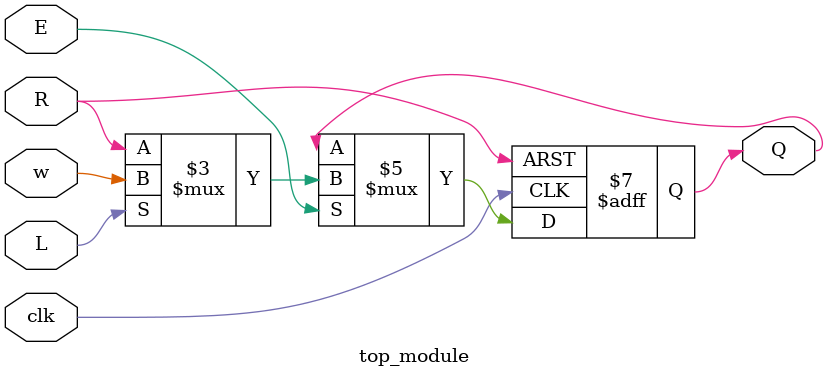
<source format=sv>
module top_module (
    input clk,
    input w,
    input R,
    input E,
    input L,
    output reg Q
);

always @(posedge clk or posedge R) begin
    if (R) begin
        Q <= 1'b0;
    end else if (E) begin
        if (L) begin
            Q <= w;
        end else begin
            Q <= R;
        end
    end
end

endmodule

</source>
